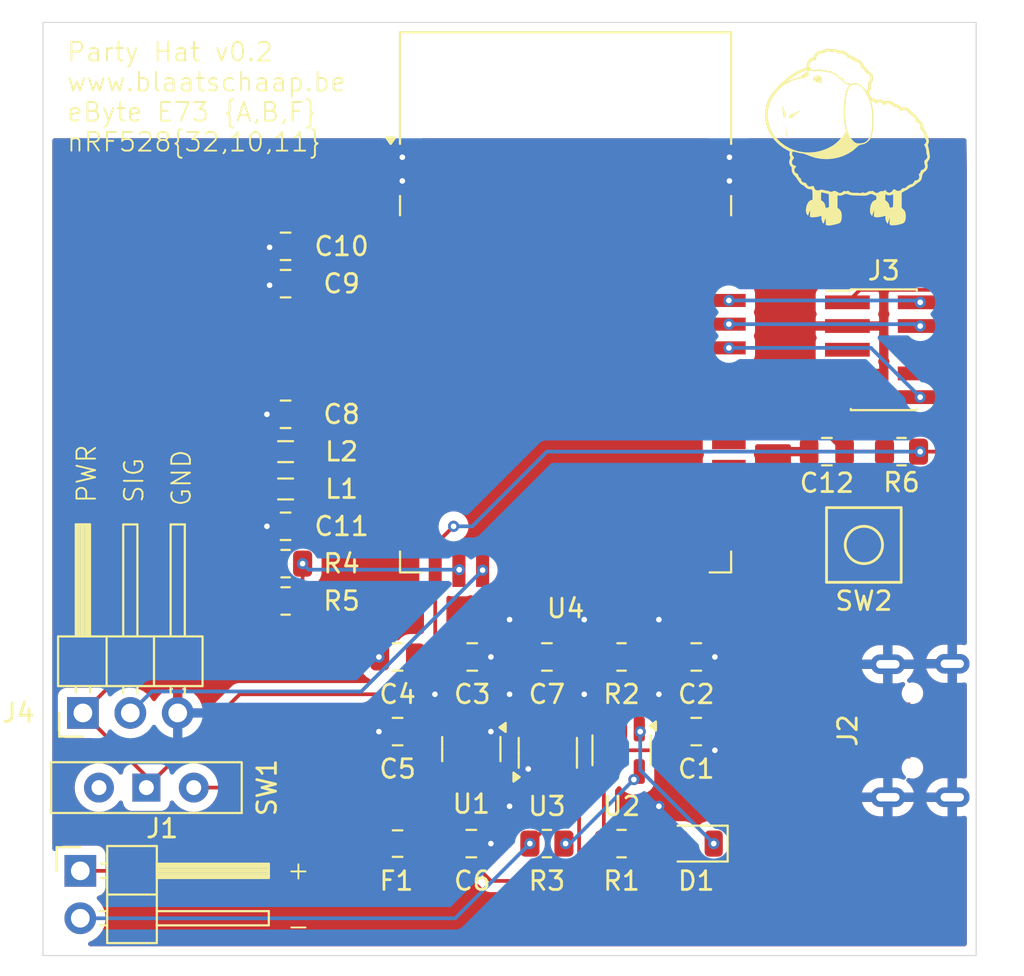
<source format=kicad_pcb>
(kicad_pcb (version 20240108) (generator "pcbnew") (generator_version "8.0")
  (layers (0 "F.Cu" signal) (31 "B.Cu" signal) (34 "B.Paste" user) (35 "F.Paste" user) (36 "B.SilkS" user "B.Silkscreen") (37 "F.SilkS" user "F.Silkscreen") (38 "B.Mask" user) (39 "F.Mask" user) (44 "Edge.Cuts" user))
  (net 0 "")
  (net 1 "VBUS")
  (net 2 "GND")
  (net 3 "+BATT")
  (net 4 "-BATT")
  (net 5 "Net-(D1-A)")
  (net 6 "Net-(D1-K)")
  (net 30 "DCC")
  (net 31 "Net-(L1-Pad2)")
  (net 32 "DEC4")
  (net 33 "DEC1")
  (net 34 "DEC2")
  (net 35 "DEC3")
  (net 36 "Net-(U3-VDD)")
  (net 40 "Net-(U2-PROG)")
  (net 41 "SWO")
  (net 42 "SWCLK")
  (net 44 "nSRST")
  (net 45 "+3V3")
  (net 47 "SWDIO")
  (net 48 "PWR")
  (net 49 "BAT_MEAS")
  (net 50 "SIG")
  (net 53 "Net-(J1-Pin_1)")
  (net 54 "BTN")
  (footprint "Connector_PinHeader_2.54mm:PinHeader_1x03_P2.54mm_Horizontal" (layer "F.Cu") (at 110.14 60 90)
    (property "Reference" "J4" (at 0 -3.46 0) (layer "F.SilkS"))
    (property "Value" "Conn_01x03")
    (pad "1" thru_hole rect (at 0 0 90) (size 1.7 1.7) (drill 1) (layers "*.Cu" "*.Mask") (net 48 "PWR"))
    (pad "2" thru_hole oval (at 0 2.54 90) (size 1.7 1.7) (drill 1) (layers "*.Cu" "*.Mask") (net 50 "SIG"))
    (pad "3" thru_hole oval (at 0 5.08 90) (size 1.7 1.7) (drill 1) (layers "*.Cu" "*.Mask") (net 2 "GND"))
  )
  (footprint "Capacitor_SMD:C_0805_2012Metric" (layer "F.Cu") (at 121 37 180)
    (property "Reference" "C9" (at -3 0 0) (layer "F.SilkS"))
    (property "Value" "100 pF")
    (pad "1" smd roundrect (at -0.95 0 180) (size 1 1.45) (layers "F.Cu" "F.Paste" "F.Mask") (net 35 "DEC3"))
    (pad "2" smd roundrect (at 0.95 0 180) (size 1 1.45) (layers "F.Cu" "F.Paste" "F.Mask") (net 2 "GND"))
  )
  (footprint "Button_Switch_THT:SW_Slide-03_Wuerth-WS-SLTV_10x2.5x6.4_P2.54mm" (layer "F.Cu") (at 113.54 64 180)
    (property "Reference" "SW1" (at -6.46 0 -90) (layer "F.SilkS"))
    (property "Value" "SW_SPDT")
    (pad "1" thru_hole rect (at 0 0 180) (size 1.5 1.5) (drill 0.8) (layers "*.Cu" "*.Mask") (net 48 "PWR"))
    (pad "2" thru_hole circle (at -2.54 0 180) (size 1.6 1.6) (drill 0.8) (layers "*.Cu" "*.Mask") (net 3 "+BATT"))
    (pad "3" thru_hole circle (at 2.54 0 180) (size 1.6 1.6) (drill 0.8) (layers "*.Cu" "*.Mask"))
  )
  (footprint "AvS_Button:TS-1187" (layer "F.Cu") (at 151.9825 51)
    (property "Reference" "SW2" (at 0 3 0) (layer "F.SilkS"))
    (property "Value" "SW_Push")
    (pad "1" smd rect (at -3.15 -1.85) (size 1.8 1.1) (layers "F.Cu" "F.Paste" "F.Mask") (net 54 "BTN"))
    (pad "1" smd rect (at 3.15 -1.85) (size 1.8 1.1) (layers "F.Cu" "F.Paste" "F.Mask") (net 54 "BTN"))
    (pad "2" smd rect (at -3.15 1.85) (size 1.8 1.1) (layers "F.Cu" "F.Paste" "F.Mask") (net 2 "GND"))
    (pad "2" smd rect (at 3.15 1.85) (size 1.8 1.1) (layers "F.Cu" "F.Paste" "F.Mask") (net 2 "GND"))
  )
  (footprint "Connector_PinHeader_1.27mm:PinHeader_2x05_P1.27mm_Vertical_SMD" (layer "F.Cu") (at 153.05 40.54)
    (property "Reference" "J3" (at 0 -4.235 0) (layer "F.SilkS"))
    (property "Value" "Conn_02x05_Odd_Even" (hide yes))
    (pad "1" smd rect (at -1.95 -2.54) (size 2.4 0.74) (layers "F.Cu" "F.Paste" "F.Mask") (net 45 "+3V3"))
    (pad "2" smd rect (at 1.95 -2.54) (size 2.4 0.74) (layers "F.Cu" "F.Paste" "F.Mask") (net 47 "SWDIO"))
    (pad "3" smd rect (at -1.95 -1.27) (size 2.4 0.74) (layers "F.Cu" "F.Paste" "F.Mask") (net 2 "GND"))
    (pad "4" smd rect (at 1.95 -1.27) (size 2.4 0.74) (layers "F.Cu" "F.Paste" "F.Mask") (net 42 "SWCLK"))
    (pad "5" smd rect (at -1.95 0) (size 2.4 0.74) (layers "F.Cu" "F.Paste" "F.Mask"))
    (pad "6" smd rect (at 1.95 0) (size 2.4 0.74) (layers "F.Cu" "F.Paste" "F.Mask") (net 41 "SWO"))
    (pad "7" smd rect (at -1.95 1.27) (size 2.4 0.74) (layers "F.Cu" "F.Paste" "F.Mask") (net 2 "GND"))
    (pad "8" smd rect (at 1.95 1.27) (size 2.4 0.74) (layers "F.Cu" "F.Paste" "F.Mask"))
    (pad "9" smd rect (at -1.95 2.54) (size 2.4 0.74) (layers "F.Cu" "F.Paste" "F.Mask") (net 2 "GND"))
    (pad "10" smd rect (at 1.95 2.54) (size 2.4 0.74) (layers "F.Cu" "F.Paste" "F.Mask") (net 44 "nSRST"))
  )
  (footprint "RF_Module:E73-2G4M04S" (layer "F.Cu") (at 136 38)
    (property "Reference" "U4" (at 0 16.4 0) (layer "F.SilkS"))
    (property "Value" "E73-2G4M04S-52832")
    (pad "0" smd rect (at -8.75 -7.72) (size 1.8 0.7) (layers "F.Cu" "F.Paste" "F.Mask") (net 2 "GND"))
    (pad "1" smd rect (at -8.75 -6.45) (size 1.8 0.7) (layers "F.Cu" "F.Paste" "F.Mask") (net 2 "GND"))
    (pad "2" smd rect (at -8.75 -3.91) (size 1.8 0.7) (layers "F.Cu" "F.Paste" "F.Mask") (net 2 "GND"))
    (pad "3" smd rect (at -8.75 -2.64) (size 1.8 0.7) (layers "F.Cu" "F.Paste" "F.Mask") (net 34 "DEC2"))
    (pad "4" smd rect (at -8.75 -1.37) (size 1.8 0.7) (layers "F.Cu" "F.Paste" "F.Mask") (net 35 "DEC3"))
    (pad "5" smd rect (at -8.75 -0.1) (size 1.8 0.7) (layers "F.Cu" "F.Paste" "F.Mask"))
    (pad "6" smd rect (at -8.75 1.17) (size 1.8 0.7) (layers "F.Cu" "F.Paste" "F.Mask"))
    (pad "7" smd rect (at -8.75 2.44) (size 1.8 0.7) (layers "F.Cu" "F.Paste" "F.Mask"))
    (pad "8" smd rect (at -8.75 3.71) (size 1.8 0.7) (layers "F.Cu" "F.Paste" "F.Mask"))
    (pad "9" smd rect (at -8.75 4.98) (size 1.8 0.7) (layers "F.Cu" "F.Paste" "F.Mask"))
    (pad "10" smd rect (at -8.75 6.25) (size 1.8 0.7) (layers "F.Cu" "F.Paste" "F.Mask"))
    (pad "11" smd rect (at -8.75 7.52) (size 1.8 0.7) (layers "F.Cu" "F.Paste" "F.Mask"))
    (pad "12" smd rect (at -8.75 8.79) (size 1.8 0.7) (layers "F.Cu" "F.Paste" "F.Mask") (net 32 "DEC4"))
    (pad "13" smd rect (at -8.75 10.06) (size 1.8 0.7) (layers "F.Cu" "F.Paste" "F.Mask") (net 30 "DCC"))
    (pad "14" smd rect (at -8.75 11.33) (size 1.8 0.7) (layers "F.Cu" "F.Paste" "F.Mask") (net 33 "DEC1"))
    (pad "15" smd rect (at -8.75 12.6) (size 1.8 0.7) (layers "F.Cu" "F.Paste" "F.Mask") (net 2 "GND"))
    (pad "16" smd rect (at -6.985 14.35) (size 0.7 1.8) (layers "F.Cu" "F.Paste" "F.Mask") (net 45 "+3V3"))
    (pad "17" smd rect (at -5.715 14.35) (size 0.7 1.8) (layers "F.Cu" "F.Paste" "F.Mask") (net 49 "BAT_MEAS"))
    (pad "18" smd rect (at -4.445 14.35) (size 0.7 1.8) (layers "F.Cu" "F.Paste" "F.Mask") (net 50 "SIG"))
    (pad "19" smd rect (at -3.175 14.35) (size 0.7 1.8) (layers "F.Cu" "F.Paste" "F.Mask"))
    (pad "20" smd rect (at -1.905 14.35) (size 0.7 1.8) (layers "F.Cu" "F.Paste" "F.Mask"))
    (pad "21" smd rect (at -0.635 14.35) (size 0.7 1.8) (layers "F.Cu" "F.Paste" "F.Mask"))
    (pad "22" smd rect (at 0.635 14.35) (size 0.7 1.8) (layers "F.Cu" "F.Paste" "F.Mask"))
    (pad "23" smd rect (at 1.905 14.35) (size 0.7 1.8) (layers "F.Cu" "F.Paste" "F.Mask"))
    (pad "24" smd rect (at 3.175 14.35) (size 0.7 1.8) (layers "F.Cu" "F.Paste" "F.Mask"))
    (pad "25" smd rect (at 4.445 14.35) (size 0.7 1.8) (layers "F.Cu" "F.Paste" "F.Mask"))
    (pad "26" smd rect (at 5.715 14.35) (size 0.7 1.8) (layers "F.Cu" "F.Paste" "F.Mask"))
    (pad "27" smd rect (at 6.985 14.35) (size 0.7 1.8) (layers "F.Cu" "F.Paste" "F.Mask"))
    (pad "28" smd rect (at 8.75 12.6) (size 1.8 0.7) (layers "F.Cu" "F.Paste" "F.Mask"))
    (pad "29" smd rect (at 8.75 11.33) (size 1.8 0.7) (layers "F.Cu" "F.Paste" "F.Mask"))
    (pad "30" smd rect (at 8.75 10.06) (size 1.8 0.7) (layers "F.Cu" "F.Paste" "F.Mask"))
    (pad "31" smd rect (at 8.75 8.79) (size 1.8 0.7) (layers "F.Cu" "F.Paste" "F.Mask"))
    (pad "32" smd rect (at 8.75 7.52) (size 1.8 0.7) (layers "F.Cu" "F.Paste" "F.Mask") (net 54 "BTN"))
    (pad "33" smd rect (at 8.75 6.25) (size 1.8 0.7) (layers "F.Cu" "F.Paste" "F.Mask") (net 41 "SWO"))
    (pad "34" smd rect (at 8.75 4.98) (size 1.8 0.7) (layers "F.Cu" "F.Paste" "F.Mask"))
    (pad "35" smd rect (at 8.75 3.71) (size 1.8 0.7) (layers "F.Cu" "F.Paste" "F.Mask"))
    (pad "36" smd rect (at 8.75 2.44) (size 1.8 0.7) (layers "F.Cu" "F.Paste" "F.Mask") (net 44 "nSRST"))
    (pad "37" smd rect (at 8.75 1.17) (size 1.8 0.7) (layers "F.Cu" "F.Paste" "F.Mask") (net 42 "SWCLK"))
    (pad "38" smd rect (at 8.75 -0.1) (size 1.8 0.7) (layers "F.Cu" "F.Paste" "F.Mask") (net 47 "SWDIO"))
    (pad "39" smd rect (at 8.75 -1.37) (size 1.8 0.7) (layers "F.Cu" "F.Paste" "F.Mask"))
    (pad "40" smd rect (at 8.75 -2.64) (size 1.8 0.7) (layers "F.Cu" "F.Paste" "F.Mask"))
    (pad "41" smd rect (at 8.75 -3.91) (size 1.8 0.7) (layers "F.Cu" "F.Paste" "F.Mask"))
    (pad "42" smd rect (at 8.75 -6.45) (size 1.8 0.7) (layers "F.Cu" "F.Paste" "F.Mask") (net 2 "GND"))
    (pad "43" smd rect (at 8.75 -7.72) (size 1.8 0.7) (layers "F.Cu" "F.Paste" "F.Mask") (net 2 "GND"))
    (zone (net 0) (net_name "") (layers "*.Cu") (connect_pads (clearance 0)) (min_thickness 0.254)
      (keepout (tracks not_allowed) (vias not_allowed) (pads not_allowed) (copperpour not_allowed) (footprints not_allowed))
      (fill (thermal_gap 0.508) (thermal_bridge_width 0.508))
      (polygon (pts (xy 127.25 29.15) (xy 144.75 29.15) (xy 144.75 23.65) (xy 127.25 23.65)))
    )
  )
  (footprint "Capacitor_SMD:C_0805_2012Metric" (layer "F.Cu") (at 121 44 180)
    (property "Reference" "C8" (at -3 0 0) (layer "F.SilkS"))
    (property "Value" "1 uF")
    (pad "1" smd roundrect (at -0.95 0 180) (size 1 1.45) (layers "F.Cu" "F.Paste" "F.Mask") (net 32 "DEC4"))
    (pad "2" smd roundrect (at 0.95 0 180) (size 1 1.45) (layers "F.Cu" "F.Paste" "F.Mask") (net 2 "GND"))
  )
  (footprint "Connector_PinHeader_2.54mm:PinHeader_1x02_P2.54mm_Horizontal" (layer "F.Cu") (at 110 68.46)
    (property "Reference" "J1" (at 4.385 -2.27 0) (layer "F.SilkS"))
    (property "Value" "Conn_01x02")
    (pad "1" thru_hole rect (at 0 0) (size 1.7 1.7) (drill 1) (layers "*.Cu" "*.Mask") (net 53 "Net-(J1-Pin_1)"))
    (pad "2" thru_hole oval (at 0 2.54) (size 1.7 1.7) (drill 1) (layers "*.Cu" "*.Mask") (net 4 "-BATT"))
  )
  (footprint "Inductor_SMD:L_0805_2012Metric" (layer "F.Cu") (at 121 48 180)
    (property "Reference" "L1" (at -3 0 0) (layer "F.SilkS"))
    (property "Value" "10 uH")
    (pad "1" smd roundrect (at -1.0625 0 180) (size 0.875 1.2) (layers "F.Cu" "F.Paste" "F.Mask") (net 30 "DCC"))
    (pad "2" smd roundrect (at 1.0625 0 180) (size 0.875 1.2) (layers "F.Cu" "F.Paste" "F.Mask") (net 31 "Net-(L1-Pad2)"))
  )
  (footprint "Resistor_SMD:R_0805_2012Metric" (layer "F.Cu") (at 121 54 180)
    (property "Reference" "R5" (at -3 0 180) (layer "F.SilkS"))
    (property "Value" "100 k")
    (pad "1" smd roundrect (at -0.9125 0 180) (size 1.025 1.4) (layers "F.Cu" "F.Paste" "F.Mask") (roundrect_rratio 0.243902) (net 49 "BAT_MEAS"))
    (pad "2" smd roundrect (at 0.9125 0 180) (size 1.025 1.4) (layers "F.Cu" "F.Paste" "F.Mask") (roundrect_rratio 0.243902) (net 2 "GND"))
  )
  (footprint "Resistor_SMD:R_0805_2012Metric" (layer "F.Cu") (at 139 57 180)
    (property "Reference" "R2" (at 0 -2 0) (layer "F.SilkS"))
    (property "Value" "100R")
    (pad "1" smd roundrect (at -0.9125 0 180) (size 1.025 1.4) (layers "F.Cu" "F.Paste" "F.Mask") (roundrect_rratio 0.243902) (net 3 "+BATT"))
    (pad "2" smd roundrect (at 0.9125 0 180) (size 1.025 1.4) (layers "F.Cu" "F.Paste" "F.Mask") (roundrect_rratio 0.243902) (net 36 "Net-(U3-VDD)"))
  )
  (footprint "Package_TO_SOT_SMD:SOT-23-3" (layer "F.Cu") (at 135.05 62.1375 90)
    (property "Reference" "U3" (at -2.8625 -0.05 0) (layer "F.SilkS"))
    (property "Value" "XB330xS")
    (pad "1" smd roundrect (at -1.1375 -0.95 90) (size 1.325 0.6) (layers "F.Cu" "F.Paste" "F.Mask") (net 2 "GND"))
    (pad "2" smd roundrect (at -1.1375 0.95 90) (size 1.325 0.6) (layers "F.Cu" "F.Paste" "F.Mask") (net 36 "Net-(U3-VDD)"))
    (pad "3" smd roundrect (at 1.1375 0 90) (size 1.325 0.6) (layers "F.Cu" "F.Paste" "F.Mask") (net 4 "-BATT"))
  )
  (footprint "Capacitor_SMD:C_0805_2012Metric" (layer "F.Cu") (at 121 35 180)
    (property "Reference" "C10" (at -3 0 0) (layer "F.SilkS"))
    (property "Value" "100 pF")
    (pad "1" smd roundrect (at -0.95 0 180) (size 1 1.45) (layers "F.Cu" "F.Paste" "F.Mask") (net 34 "DEC2"))
    (pad "2" smd roundrect (at 0.95 0 180) (size 1 1.45) (layers "F.Cu" "F.Paste" "F.Mask") (net 2 "GND"))
  )
  (footprint "Resistor_SMD:R_0805_2012Metric" (layer "F.Cu") (at 135 67 180)
    (property "Reference" "R3" (at 0 -2 0) (layer "F.SilkS"))
    (property "Value" "2K2")
    (pad "1" smd roundrect (at -0.9125 0 180) (size 1.025 1.4) (layers "F.Cu" "F.Paste" "F.Mask") (roundrect_rratio 0.243902) (net 40 "Net-(U2-PROG)"))
    (pad "2" smd roundrect (at 0.9125 0 180) (size 1.025 1.4) (layers "F.Cu" "F.Paste" "F.Mask") (roundrect_rratio 0.243902) (net 4 "-BATT"))
  )
  (footprint "Resistor_SMD:R_0805_2012Metric" (layer "F.Cu") (at 121 52)
    (property "Reference" "R4" (at 3 0 0) (layer "F.SilkS"))
    (property "Value" "100 k")
    (pad "1" smd roundrect (at -0.9125 0) (size 1.025 1.4) (layers "F.Cu" "F.Paste" "F.Mask") (roundrect_rratio 0.243902) (net 48 "PWR"))
    (pad "2" smd roundrect (at 0.9125 0) (size 1.025 1.4) (layers "F.Cu" "F.Paste" "F.Mask") (roundrect_rratio 0.243902) (net 49 "BAT_MEAS"))
  )
  (footprint "AvS_Logos:bs10" (layer "F.Cu") (at 151.13 29.21)
    (property "Reference" "G***" (hide yes))
    (property "Value" "LOGO" (hide yes))
  )
  (footprint "Resistor_SMD:R_0805_2012Metric" (layer "F.Cu") (at 154 46 180)
    (property "Reference" "R6" (at 0 -1.65 0) (layer "F.SilkS"))
    (property "Value" "10k")
    (pad "1" smd roundrect (at -0.9125 0 180) (size 1.025 1.4) (layers "F.Cu" "F.Paste" "F.Mask") (roundrect_rratio 0.243902) (net 45 "+3V3"))
    (pad "2" smd roundrect (at 0.9125 0 180) (size 1.025 1.4) (layers "F.Cu" "F.Paste" "F.Mask") (roundrect_rratio 0.243902) (net 54 "BTN"))
  )
  (footprint "Package_TO_SOT_SMD:TSOT-23-5" (layer "F.Cu") (at 139 62 -90)
    (property "Reference" "U2" (at 3 0 180) (layer "F.SilkS"))
    (property "Value" "LTC4054ES5-4.2")
    (pad "1" smd roundrect (at -1.1375 -0.95 270) (size 1.325 0.6) (layers "F.Cu" "F.Paste" "F.Mask") (net 6 "Net-(D1-K)"))
    (pad "2" smd roundrect (at -1.1375 0 270) (size 1.325 0.6) (layers "F.Cu" "F.Paste" "F.Mask") (net 2 "GND"))
    (pad "3" smd roundrect (at -1.1375 0.95 270) (size 1.325 0.6) (layers "F.Cu" "F.Paste" "F.Mask") (net 3 "+BATT"))
    (pad "4" smd roundrect (at 1.1375 0.95 270) (size 1.325 0.6) (layers "F.Cu" "F.Paste" "F.Mask") (net 1 "VBUS"))
    (pad "5" smd roundrect (at 1.1375 -0.95 270) (size 1.325 0.6) (layers "F.Cu" "F.Paste" "F.Mask") (net 40 "Net-(U2-PROG)"))
  )
  (footprint "LED_SMD:LED_0805_2012Metric" (layer "F.Cu") (at 143 67 180)
    (property "Reference" "D1" (at 0 -2 0) (layer "F.SilkS"))
    (property "Value" "LED")
    (pad "1" smd roundrect (at -0.9375 0 180) (size 0.975 1.4) (layers "F.Cu" "F.Paste" "F.Mask") (net 6 "Net-(D1-K)"))
    (pad "2" smd roundrect (at 0.9375 0 180) (size 0.975 1.4) (layers "F.Cu" "F.Paste" "F.Mask") (net 5 "Net-(D1-A)"))
  )
  (footprint "Capacitor_SMD:C_0805_2012Metric" (layer "F.Cu") (at 143 57 180)
    (property "Reference" "C2" (at 0 -2 0) (layer "F.SilkS"))
    (property "Value" "1u")
    (pad "1" smd roundrect (at -0.95 0 180) (size 1 1.45) (layers "F.Cu" "F.Paste" "F.Mask") (net 2 "GND"))
    (pad "2" smd roundrect (at 0.95 0 180) (size 1 1.45) (layers "F.Cu" "F.Paste" "F.Mask") (net 1 "VBUS"))
  )
  (footprint "Capacitor_SMD:C_0805_2012Metric" (layer "F.Cu") (at 130.95 67 180)
    (property "Reference" "C6" (at -0.05 -2 180) (layer "F.SilkS"))
    (property "Value" "1u")
    (pad "1" smd roundrect (at -0.95 0 180) (size 1 1.45) (layers "F.Cu" "F.Paste" "F.Mask") (net 2 "GND"))
    (pad "2" smd roundrect (at 0.95 0 180) (size 1 1.45) (layers "F.Cu" "F.Paste" "F.Mask") (net 3 "+BATT"))
  )
  (footprint "Capacitor_SMD:C_0805_2012Metric" (layer "F.Cu") (at 131 57 180)
    (property "Reference" "C3" (at 0 -2 180) (layer "F.SilkS"))
    (property "Value" "10u")
    (pad "1" smd roundrect (at -0.95 0 180) (size 1 1.45) (layers "F.Cu" "F.Paste" "F.Mask") (net 2 "GND"))
    (pad "2" smd roundrect (at 0.95 0 180) (size 1 1.45) (layers "F.Cu" "F.Paste" "F.Mask") (net 45 "+3V3"))
  )
  (footprint "AvS_Connector:USB_Micro-B_XKB_U254-05XX-4BH806" (layer "F.Cu") (at 154.118 60.941 90)
    (property "Reference" "J2" (at 0 -3 90) (layer "F.SilkS"))
    (property "Value" "USB_B_Micro")
    (pad "" np_thru_hole circle (at -2 0.47 90) (size 0.65 0.65) (drill 0.65) (layers "*.Cu" "*.Mask"))
    (pad "" np_thru_hole circle (at 2 0.47 90) (size 0.65 0.65) (drill 0.65) (layers "*.Cu" "*.Mask"))
    (pad "1" smd rect (at -1.3 -0.35 90) (size 0.4 1.4) (layers "F.Cu" "F.Paste" "F.Mask") (net 1 "VBUS"))
    (pad "2" smd rect (at -0.65 -0.35 90) (size 0.4 1.4) (layers "F.Cu" "F.Paste" "F.Mask"))
    (pad "3" smd rect (at 0 -0.35 90) (size 0.4 1.4) (layers "F.Cu" "F.Paste" "F.Mask"))
    (pad "4" smd rect (at 0.65 -0.35 90) (size 0.4 1.4) (layers "F.Cu" "F.Paste" "F.Mask"))
    (pad "5" smd rect (at 1.3 -0.35 90) (size 0.4 1.4) (layers "F.Cu" "F.Paste" "F.Mask") (net 2 "GND"))
    (pad "6" thru_hole oval (at -3.575 -0.85 90) (size 1.05 1.85) (drill oval 0.45 1.25) (layers "*.Cu" "*.Mask") (net 2 "GND"))
    (pad "6" thru_hole oval (at -3.575 2.6 90) (size 1.05 1.85) (drill oval 0.45 1.25) (layers "*.Cu" "*.Mask") (net 2 "GND"))
    (pad "6" thru_hole oval (at 3.55 -0.85 90) (size 1.05 1.85) (drill oval 0.45 1.25) (layers "*.Cu" "*.Mask") (net 2 "GND"))
    (pad "6" thru_hole oval (at 3.575 2.6 90) (size 1.05 1.85) (drill oval 0.45 1.25) (layers "*.Cu" "*.Mask") (net 2 "GND"))
  )
  (footprint "Capacitor_SMD:C_0805_2012Metric" (layer "F.Cu") (at 143 61 180)
    (property "Reference" "C1" (at 0 -2 0) (layer "F.SilkS"))
    (property "Value" "10u")
    (pad "1" smd roundrect (at -0.95 0 180) (size 1 1.45) (layers "F.Cu" "F.Paste" "F.Mask") (net 2 "GND"))
    (pad "2" smd roundrect (at 0.95 0 180) (size 1 1.45) (layers "F.Cu" "F.Paste" "F.Mask") (net 1 "VBUS"))
  )
  (footprint "Fuse:Fuse_0805_2012Metric" (layer "F.Cu") (at 127 67)
    (property "Reference" "F1" (at -0.0625 2 0) (layer "F.SilkS"))
    (property "Value" "Polyfuse_Small")
    (pad "1" smd roundrect (at -0.9375 0) (size 0.975 1.4) (layers "F.Cu" "F.Paste" "F.Mask") (net 53 "Net-(J1-Pin_1)"))
    (pad "2" smd roundrect (at 0.9375 0) (size 0.975 1.4) (layers "F.Cu" "F.Paste" "F.Mask") (net 3 "+BATT"))
  )
  (footprint "Inductor_SMD:L_0805_2012Metric" (layer "F.Cu") (at 121 46)
    (property "Reference" "L2" (at 3 0 0) (layer "F.SilkS"))
    (property "Value" "15 nH")
    (pad "1" smd roundrect (at -1.0625 0) (size 0.875 1.2) (layers "F.Cu" "F.Paste" "F.Mask") (net 31 "Net-(L1-Pad2)"))
    (pad "2" smd roundrect (at 1.0625 0) (size 0.875 1.2) (layers "F.Cu" "F.Paste" "F.Mask") (net 32 "DEC4"))
  )
  (footprint "Capacitor_SMD:C_0805_2012Metric" (layer "F.Cu") (at 150 46 180)
    (property "Reference" "C12" (at 0 -1.68 180) (layer "F.SilkS"))
    (property "Value" "100 nF")
    (pad "1" smd roundrect (at -0.95 0 180) (size 1 1.45) (layers "F.Cu" "F.Paste" "F.Mask") (net 54 "BTN"))
    (pad "2" smd roundrect (at 0.95 0 180) (size 1 1.45) (layers "F.Cu" "F.Paste" "F.Mask") (net 2 "GND"))
  )
  (footprint "Capacitor_SMD:C_0805_2012Metric" (layer "F.Cu") (at 127 57)
    (property "Reference" "C4" (at 0 2 180) (layer "F.SilkS"))
    (property "Value" "1u")
    (pad "1" smd roundrect (at -0.95 0) (size 1 1.45) (layers "F.Cu" "F.Paste" "F.Mask") (net 2 "GND"))
    (pad "2" smd roundrect (at 0.95 0) (size 1 1.45) (layers "F.Cu" "F.Paste" "F.Mask") (net 45 "+3V3"))
  )
  (footprint "Capacitor_SMD:C_0805_2012Metric" (layer "F.Cu") (at 121 50 180)
    (property "Reference" "C11" (at -3 0 0) (layer "F.SilkS"))
    (property "Value" "100 nF")
    (pad "1" smd roundrect (at -0.95 0 180) (size 1 1.45) (layers "F.Cu" "F.Paste" "F.Mask") (net 33 "DEC1"))
    (pad "2" smd roundrect (at 0.95 0 180) (size 1 1.45) (layers "F.Cu" "F.Paste" "F.Mask") (net 2 "GND"))
  )
  (footprint "Capacitor_SMD:C_0805_2012Metric" (layer "F.Cu") (at 135 57)
    (property "Reference" "C7" (at 0 2 0) (layer "F.SilkS"))
    (property "Value" "100n")
    (pad "1" smd roundrect (at -0.95 0) (size 1 1.45) (layers "F.Cu" "F.Paste" "F.Mask") (net 4 "-BATT"))
    (pad "2" smd roundrect (at 0.95 0) (size 1 1.45) (layers "F.Cu" "F.Paste" "F.Mask") (net 36 "Net-(U3-VDD)"))
  )
  (footprint "Capacitor_SMD:C_0805_2012Metric" (layer "F.Cu") (at 127 61)
    (property "Reference" "C5" (at 0 2 180) (layer "F.SilkS"))
    (property "Value" "10u")
    (pad "1" smd roundrect (at -0.95 0) (size 1 1.45) (layers "F.Cu" "F.Paste" "F.Mask") (net 2 "GND"))
    (pad "2" smd roundrect (at 0.95 0) (size 1 1.45) (layers "F.Cu" "F.Paste" "F.Mask") (net 3 "+BATT"))
  )
  (footprint "Package_TO_SOT_SMD:SOT-23" (layer "F.Cu") (at 130.95 61.9375 -90)
    (property "Reference" "U1" (at 2.9375 0 0) (layer "F.SilkS"))
    (property "Value" "LDO 3V3")
    (pad "1" smd roundrect (at -0.9375 -0.95 270) (size 1.475 0.6) (layers "F.Cu" "F.Paste" "F.Mask") (net 2 "GND"))
    (pad "2" smd roundrect (at -0.9375 0.95 270) (size 1.475 0.6) (layers "F.Cu" "F.Paste" "F.Mask") (net 45 "+3V3"))
    (pad "3" smd roundrect (at 0.9375 0 270) (size 1.475 0.6) (layers "F.Cu" "F.Paste" "F.Mask") (net 48 "PWR"))
  )
  (footprint "Resistor_SMD:R_0805_2012Metric" (layer "F.Cu") (at 139 67)
    (property "Reference" "R1" (at 0 2 0) (layer "F.SilkS"))
    (property "Value" "1K")
    (pad "1" smd roundrect (at -0.9125 0) (size 1.025 1.4) (layers "F.Cu" "F.Paste" "F.Mask") (roundrect_rratio 0.243902) (net 1 "VBUS"))
    (pad "2" smd roundrect (at 0.9125 0) (size 1.025 1.4) (layers "F.Cu" "F.Paste" "F.Mask") (roundrect_rratio 0.243902) (net 5 "Net-(D1-A)"))
  )
  (gr_rect (start 108 23) (end 158 73) (stroke (width 0.05)) (fill none) (layer "Edge.Cuts"))
  (gr_text "PWR" (at 110.92 48.82 90) (layer "F.SilkS") (effects (font (size 1 1) (thickness 0.1)) (justify left bottom)))
  (gr_text "+" (at 121 69 0) (layer "F.SilkS") (effects (font (size 1 1) (thickness 0.1)) (justify left bottom)))
  (gr_text "Party Hat v0.2\nwww.blaatschaap.be\neByte E73 {A,B,F}\nnRF528{32,10,11}" (at 109.22 30 0) (layer "F.SilkS") (effects (font (size 1 1) (thickness 0.1)) (justify left bottom)))
  (gr_text "GND" (at 116 49 90) (layer "F.SilkS") (effects (font (size 1 1) (thickness 0.1)) (justify left bottom)))
  (gr_text "SIG" (at 113.46 48.82 90) (layer "F.SilkS") (effects (font (size 1 1) (thickness 0.1)) (justify left bottom)))
  (gr_text "-" (at 121 72 0) (layer "F.SilkS") (effects (font (size 1 1) (thickness 0.1)) (justify left bottom)))
  (segment (start 139.1875 62) (end 141.05 62) (width 0.2) (layer "F.Cu") (net 1))
  (segment (start 142.05 61) (end 142.05 57) (width 0.2) (layer "F.Cu") (net 1))
  (segment (start 141.05 62) (end 142.05 61) (width 0.2) (layer "F.Cu") (net 1))
  (segment (start 153.768 62.241) (end 152.984 63.025) (width 0.2) (layer "F.Cu") (net 1))
  (segment (start 144 62.95) (end 144 63.025) (width 0.2) (layer "F.Cu") (net 1))
  (segment (start 138.05 66.9625) (end 138.0875 67) (width 0.2) (layer "F.Cu") (net 1))
  (segment (start 152.984 63.025) (end 144 63.025) (width 0.2) (layer "F.Cu") (net 1))
  (segment (start 138.05 63.1375) (end 138.05 66.9625) (width 0.2) (layer "F.Cu") (net 1))
  (segment (start 139.1875 62) (end 138.05 63.1375) (width 0.2) (layer "F.Cu") (net 1))
  (segment (start 142.05 61) (end 144 62.95) (width 0.2) (layer "F.Cu") (net 1))
  (segment (start 146.641 59.641) (end 144 57) (width 0.2) (layer "F.Cu") (net 2))
  (segment (start 144 62) (end 143.95 62) (width 0.2) (layer "F.Cu") (net 2))
  (segment (start 153.768 59.641) (end 146.641 59.641) (width 0.2) (layer "F.Cu") (net 2))
  (segment (start 154.18 59.7) (end 153.3 59.7) (width 0.2) (layer "F.Cu") (net 2))
  (segment (start 144 57) (end 144 62) (width 0.2) (layer "F.Cu") (net 2))
  (segment (start 143.95 57) (end 144 57) (width 0.2) (layer "F.Cu") (net 2))
  (via (at 132 61) (size 0.6) (drill 0.3) (layers "F.Cu" "B.Cu") (net 2))
  (via (at 141 55) (size 0.6) (drill 0.3) (layers "F.Cu" "B.Cu") (net 2))
  (via (at 141 65) (size 0.6) (drill 0.3) (layers "F.Cu" "B.Cu") (net 2))
  (via (at 120.142 35.052) (size 0.6) (drill 0.3) (layers "F.Cu" "B.Cu") (net 2))
  (via (at 141 59) (size 0.6) (drill 0.3) (layers "F.Cu" "B.Cu") (net 2))
  (via (at 126 57) (size 0.6) (drill 0.3) (layers "F.Cu" "B.Cu") (net 2))
  (via (at 137 59) (size 0.6) (drill 0.3) (layers "F.Cu" "B.Cu") (net 2))
  (via (at 126 61) (size 0.6) (drill 0.3) (layers "F.Cu" "B.Cu") (net 2))
  (via (at 120.142 37.084) (size 0.6) (drill 0.3) (layers "F.Cu" "B.Cu") (net 2))
  (via (at 133 55) (size 0.6) (drill 0.3) (layers "F.Cu" "B.Cu") (net 2))
  (via (at 120 44) (size 0.6) (drill 0.3) (layers "F.Cu" "B.Cu") (net 2))
  (via (at 133 59) (size 0.6) (drill 0.3) (layers "F.Cu" "B.Cu") (net 2))
  (via (at 144 57) (size 0.6) (drill 0.3) (layers "F.Cu" "B.Cu") (net 2))
  (via (at 132 67) (size 0.6) (drill 0.3) (layers "F.Cu" "B.Cu") (net 2))
  (via (at 129 59) (size 0.6) (drill 0.3) (layers "F.Cu" "B.Cu") (net 2))
  (via (at 144.78 30.226) (size 0.6) (drill 0.3) (layers "F.Cu" "B.Cu") (net 2))
  (via (at 134 63) (size 0.6) (drill 0.3) (layers "F.Cu" "B.Cu") (net 2))
  (via (at 137 55) (size 0.6) (drill 0.3) (layers "F.Cu" "B.Cu") (net 2))
  (via (at 127.254 31.496) (size 0.6) (drill 0.3) (layers "F.Cu" "B.Cu") (net 2))
  (via (at 132 57) (size 0.6) (drill 0.3) (layers "F.Cu" "B.Cu") (net 2))
  (via (at 144 62) (size 0.6) (drill 0.3) (layers "F.Cu" "B.Cu") (net 2))
  (via (at 120 50) (size 0.6) (drill 0.3) (layers "F.Cu" "B.Cu") (net 2))
  (via (at 144.78 31.496) (size 0.6) (drill 0.3) (layers "F.Cu" "B.Cu") (net 2))
  (via (at 127.254 30.226) (size 0.6) (drill 0.3) (layers "F.Cu" "B.Cu") (net 2))
  (via (at 133 65) (size 0.6) (drill 0.3) (layers "F.Cu" "B.Cu") (net 2))
  (segment (start 136 69) (end 132 69) (width 0.2) (layer "F.Cu") (net 3))
  (segment (start 138.05 60.8625) (end 136.725 62.1875) (width 0.2) (layer "F.Cu") (net 3))
  (segment (start 127.95 61) (end 127.95 62) (width 0.2) (layer "F.Cu") (net 3))
  (segment (start 139.9125 57) (end 138.05 58.8625) (width 0.2) (layer "F.Cu") (net 3))
  (segment (start 127.9375 62.0125) (end 127.95 62) (width 0.2) (layer "F.Cu") (net 3))
  (segment (start 127.9375 62.0625) (end 127.9375 62.0125) (width 0.2) (layer "F.Cu") (net 3))
  (segment (start 138.05 58.8625) (end 138.05 60.8625) (width 0.2) (layer "F.Cu") (net 3))
  (segment (start 127.9375 67) (end 127.9375 62.0625) (width 0.2) (layer "F.Cu") (net 3))
  (segment (start 132 69) (end 130 67) (width 0.2) (layer "F.Cu") (net 3))
  (segment (start 125.95 64) (end 116.08 64) (width 0.2) (layer "F.Cu") (net 3))
  (segment (start 136.725 68.275) (end 136 69) (width 0.2) (layer "F.Cu") (net 3))
  (segment (start 136.725 62.1875) (end 136.725 68.275) (width 0.2) (layer "F.Cu") (net 3))
  (segment (start 127.95 67) (end 130 67) (width 0.2) (layer "F.Cu") (net 3))
  (segment (start 127.95 62) (end 125.95 64) (width 0.2) (layer "F.Cu") (net 3))
  (segment (start 134.05 57) (end 134.05 60) (width 0.2) (layer "F.Cu") (net 4))
  (segment (start 134.0875 67) (end 135.05 66.0375) (width 0.2) (layer "F.Cu") (net 4))
  (segment (start 135.05 66.0375) (end 135.05 61) (width 0.2) (layer "F.Cu") (net 4))
  (segment (start 110 71) (end 110 70.46) (width 0.2) (layer "F.Cu") (net 4))
  (segment (start 134.05 60) (end 135.05 61) (width 0.2) (layer "F.Cu") (net 4))
  (via (at 134.0875 67) (size 0.6) (drill 0.3) (layers "F.Cu" "B.Cu") (net 4))
  (segment (start 134.0875 67) (end 130.0875 71) (width 0.2) (layer "B.Cu") (net 4))
  (segment (start 110 71) (end 130.0875 71) (width 0.2) (layer "B.Cu") (net 4))
  (segment (start 142.0625 67) (end 139.9125 67) (width 0.2) (layer "F.Cu") (net 5))
  (segment (start 139.95 60.95) (end 140 61) (width 0.2) (layer "F.Cu") (net 6))
  (segment (start 139.95 60.8625) (end 139.95 60.95) (width 0.2) (layer "F.Cu") (net 6))
  (via (at 140 61) (size 0.6) (drill 0.3) (layers "F.Cu" "B.Cu") (net 6))
  (via (at 143.9375 67) (size 0.6) (drill 0.3) (layers "F.Cu" "B.Cu") (net 6))
  (segment (start 140 63.0625) (end 143.9375 67) (width 0.2) (layer "B.Cu") (net 6))
  (segment (start 140 61) (end 140 63.0625) (width 0.2) (layer "B.Cu") (net 6))
  (segment (start 122.1225 48.06) (end 122.0625 48) (width 0.2) (layer "F.Cu") (net 30))
  (segment (start 127.25 48.06) (end 122.1225 48.06) (width 0.2) (layer "F.Cu") (net 30))
  (segment (start 119.9375 48) (end 119.9375 46) (width 0.2) (layer "F.Cu") (net 31))
  (segment (start 122.0625 45.0625) (end 121.95 44.95) (width 0.2) (layer "F.Cu") (net 32))
  (segment (start 121.95 44.95) (end 121.95 44) (width 0.2) (layer "F.Cu") (net 32))
  (segment (start 127.25 46.79) (end 122.8525 46.79) (width 0.2) (layer "F.Cu") (net 32))
  (segment (start 122.0625 46) (end 122.0625 45.0625) (width 0.2) (layer "F.Cu") (net 32))
  (segment (start 122.8525 46.79) (end 122.0625 46) (width 0.2) (layer "F.Cu") (net 32))
  (segment (start 122.62 49.33) (end 121.95 50) (width 0.2) (layer "F.Cu") (net 33))
  (segment (start 127.25 49.33) (end 122.62 49.33) (width 0.2) (layer "F.Cu") (net 33))
  (segment (start 127.25 35.36) (end 122.31 35.36) (width 0.2) (layer "F.Cu") (net 34))
  (segment (start 122.31 35.36) (end 121.95 35) (width 0.2) (layer "F.Cu") (net 34))
  (segment (start 127.25 36.63) (end 122.32 36.63) (width 0.2) (layer "F.Cu") (net 35))
  (segment (start 122.32 36.63) (end 121.95 37) (width 0.2) (layer "F.Cu") (net 35))
  (segment (start 135.95 63.225) (end 136 63.275) (width 0.2) (layer "F.Cu") (net 36))
  (segment (start 135.95 57) (end 135.95 63.225) (width 0.2) (layer "F.Cu") (net 36))
  (segment (start 138.0875 57) (end 135.95 57) (width 0.2) (layer "F.Cu") (net 36))
  (segment (start 135.9125 67) (end 136 67) (width 0.2) (layer "F.Cu") (net 40))
  (via (at 139.65894 63.56997) (size 0.6) (drill 0.3) (layers "F.Cu" "B.Cu") (net 40))
  (via (at 136 67) (size 0.6) (drill 0.3) (layers "F.Cu" "B.Cu") (net 40))
  (segment (start 136.22891 67) (end 139.65894 63.56997) (width 0.2) (layer "B.Cu") (net 40))
  (segment (start 136 67) (end 136.22891 67) (width 0.2) (layer "B.Cu") (net 40))
  (segment (start 156.5 41.21) (end 156.5 43.75) (width 0.2) (layer "F.Cu") (net 41))
  (segment (start 156.5 43.75) (end 156 44.25) (width 0.2) (layer "F.Cu") (net 41))
  (segment (start 155 40.54) (end 155.83 40.54) (width 0.2) (layer "F.Cu") (net 41))
  (segment (start 156 44.25) (end 144.75 44.25) (width 0.2) (layer "F.Cu") (net 41))
  (segment (start 155.83 40.54) (end 156.5 41.21) (width 0.2) (layer "F.Cu") (net 41))
  (via (at 144.75 39.17) (size 0.6) (drill 0.3) (layers "F.Cu" "B.Cu") (net 42))
  (via (at 155 39.27) (size 0.6) (drill 0.3) (layers "F.Cu" "B.Cu") (net 42))
  (segment (start 154.9 39.17) (end 155 39.27) (width 0.2) (layer "B.Cu") (net 42))
  (segment (start 144.75 39.17) (end 154.9 39.17) (width 0.2) (layer "B.Cu") (net 42))
  (via (at 144.75 40.44) (size 0.6) (drill 0.3) (layers "F.Cu" "B.Cu") (net 44))
  (via (at 155 43.08) (size 0.6) (drill 0.3) (layers "F.Cu" "B.Cu") (net 44))
  (segment (start 144.75 40.44) (end 152.36 40.44) (width 0.2) (layer "B.Cu") (net 44))
  (segment (start 152.36 40.44) (end 155 43.08) (width 0.2) (layer "B.Cu") (net 44))
  (segment (start 156.5 37.33) (end 156.9 37.73) (width 0.2) (layer "F.Cu") (net 45))
  (segment (start 151.1 38) (end 151.77 37.33) (width 0.2) (layer "F.Cu") (net 45))
  (segment (start 129.015 52.35) (end 129.015 50.985) (width 0.2) (layer "F.Cu") (net 45))
  (segment (start 130.05 59.95) (end 130.05 57) (width 0.2) (layer "F.Cu") (net 45))
  (segment (start 130 61) (end 130 60) (width 0.2) (layer "F.Cu") (net 45))
  (segment (start 156 46) (end 155 46) (width 0.2) (layer "F.Cu") (net 45))
  (segment (start 129.015 50.985) (end 130 50) (width 0.2) (layer "F.Cu") (net 45))
  (segment (start 129.015 52.35) (end 129.015 55.935) (width 0.2) (layer "F.Cu") (net 45))
  (segment (start 151.77 37.33) (end 156.5 37.33) (width 0.2) (layer "F.Cu") (net 45))
  (segment (start 156.9 37.73) (end 156.9 45.1) (width 0.2) (layer "F.Cu") (net 45))
  (segment (start 129.015 55.935) (end 127.95 57) (width 0.2) (layer "F.Cu") (net 45))
  (segment (start 130 60) (end 130.05 59.95) (width 0.2) (layer "F.Cu") (net 45))
  (segment (start 130.05 57) (end 127.95 57) (width 0.2) (layer "F.Cu") (net 45))
  (segment (start 156.9 45.1) (end 156 46) (width 0.2) (layer "F.Cu") (net 45))
  (segment (start 129 52.365) (end 129.015 52.35) (width 0.2) (layer "F.Cu") (net 45))
  (via (at 155 46) (size 0.6) (drill 0.3) (layers "F.Cu" "B.Cu") (net 45))
  (via (at 130 50) (size 0.6) (drill 0.3) (layers "F.Cu" "B.Cu") (net 45))
  (segment (start 135 46) (end 155 46) (width 0.2) (layer "B.Cu") (net 45))
  (segment (start 131 50) (end 135 46) (width 0.2) (layer "B.Cu") (net 45))
  (segment (start 130 50) (end 131 50) (width 0.2) (layer "B.Cu") (net 45))
  (via (at 155 38) (size 0.6) (drill 0.3) (layers "F.Cu" "B.Cu") (net 47))
  (via (at 144.75 37.9) (size 0.6) (drill 0.3) (layers "F.Cu" "B.Cu") (net 47))
  (segment (start 144.75 37.9) (end 154.9 37.9) (width 0.2) (layer "B.Cu") (net 47))
  (segment (start 154.9 37.9) (end 155 38) (width 0.2) (layer "B.Cu") (net 47))
  (segment (start 118.54 59) (end 113.54 64) (width 0.2) (layer "F.Cu") (net 48))
  (segment (start 130.95 62.875) (end 130.496948 62.875) (width 0.2) (layer "F.Cu") (net 48))
  (segment (start 113.54 63.4) (end 110.14 60) (width 0.2) (layer "F.Cu") (net 48))
  (segment (start 127.459744 59) (end 118.54 59) (width 0.2) (layer "F.Cu") (net 48))
  (segment (start 129 60.540256) (end 127.459744 59) (width 0.2) (layer "F.Cu") (net 48))
  (segment (start 113.54 64) (end 113.54 63.4) (width 0.2) (layer "F.Cu") (net 48))
  (segment (start 129 61.378052) (end 129 60.540256) (width 0.2) (layer "F.Cu") (net 48))
  (segment (start 118.14 52) (end 120.0875 52) (width 0.2) (layer "F.Cu") (net 48))
  (segment (start 120.0875 52) (end 120.0875 52.0875) (width 0.2) (layer "F.Cu") (net 48))
  (segment (start 110.14 60) (end 118.14 52) (width 0.2) (layer "F.Cu") (net 48))
  (segment (start 130.496948 62.875) (end 129 61.378052) (width 0.2) (layer "F.Cu") (net 48))
  (segment (start 121.9125 54) (end 121.9125 52) (width 0.2) (layer "F.Cu") (net 49))
  (via (at 130.302 52.324) (size 0.6) (drill 0.3) (layers "F.Cu" "B.Cu") (net 49))
  (via (at 121.9125 52) (size 0.6) (drill 0.3) (layers "F.Cu" "B.Cu") (net 49))
  (segment (start 122.2365 52.324) (end 121.9125 52) (width 0.2) (layer "B.Cu") (net 49))
  (segment (start 130.302 52.324) (end 122.2365 52.324) (width 0.2) (layer "B.Cu") (net 49))
  (via (at 131.555 52.35) (size 0.6) (drill 0.3) (layers "F.Cu" "B.Cu") (net 50))
  (segment (start 113.83 58.85) (end 125.055 58.85) (width 0.2) (layer "B.Cu") (net 50))
  (segment (start 125.055 58.85) (end 131.555 52.35) (width 0.2) (layer "B.Cu") (net 50))
  (segment (start 112.68 60) (end 113.83 58.85) (width 0.2) (layer "B.Cu") (net 50))
  (segment (start 126.0625 67) (end 124.6025 68.46) (width 0.2) (layer "F.Cu") (net 53))
  (segment (start 124.6025 68.46) (end 110 68.46) (width 0.2) (layer "F.Cu") (net 53))
  (segment (start 155.1325 49.15) (end 148.8325 49.15) (width 0.2) (layer "F.Cu") (net 54))
  (segment (start 153.0875 47.105) (end 155.1325 49.15) (width 0.2) (layer "F.Cu") (net 54))
  (segment (start 149.9375 45) (end 150.9375 46) (width 0.2) (layer "F.Cu") (net 54))
  (segment (start 150.9375 46) (end 153.0875 46) (width 0.2) (layer "F.Cu") (net 54))
  (segment (start 144.75 45.52) (end 145.27 45) (width 0.2) (layer "F.Cu") (net 54))
  (segment (start 145.27 45) (end 149.9375 45) (width 0.2) (layer "F.Cu") (net 54))
  (segment (start 153.0875 46) (end 153.0875 47.105) (width 0.2) (layer "F.Cu") (net 54))
  (zone (net 2) (net_name "GND") (layers "F&B.Cu") (connect_pads (clearance 0.5)) (min_thickness 0.25) (fill yes (thermal_gap 0.5) (thermal_bridge_width 0.5))
    (polygon (pts (xy 107.95 29.21) (xy 157.48 29.21) (xy 158 73) (xy 108.2 72.8)))
  )
)
</source>
